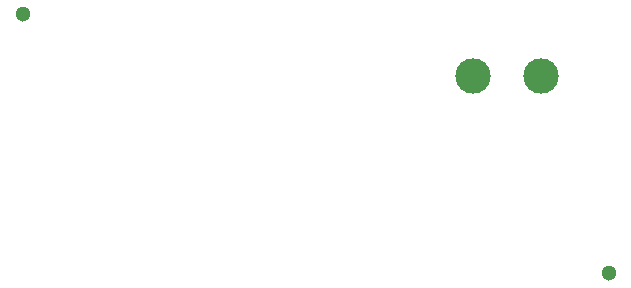
<source format=gbr>
%TF.GenerationSoftware,KiCad,Pcbnew,5.1.5+dfsg1-2build2*%
%TF.CreationDate,2021-12-22T23:08:51+01:00*%
%TF.ProjectId,uHoubolt_PCB_PMU,75486f75-626f-46c7-945f-5043425f504d,rev?*%
%TF.SameCoordinates,PX8583b00PY5f5e100*%
%TF.FileFunction,NonPlated,1,2,NPTH,Drill*%
%TF.FilePolarity,Positive*%
%FSLAX46Y46*%
G04 Gerber Fmt 4.6, Leading zero omitted, Abs format (unit mm)*
G04 Created by KiCad (PCBNEW 5.1.5+dfsg1-2build2) date 2021-12-22 23:08:51*
%MOMM*%
%LPD*%
G04 APERTURE LIST*
%TA.AperFunction,ComponentDrill*%
%ADD10C,1.300000*%
%TD*%
%TA.AperFunction,ComponentDrill*%
%ADD11C,3.000000*%
%TD*%
G04 APERTURE END LIST*
D10*
%TO.C,J1*%
X-21490000Y50900000D03*
%TO.C,J2*%
X28140000Y28950000D03*
D11*
%TO.C,J3*%
X16650000Y45660000D03*
X22350000Y45660000D03*
M02*

</source>
